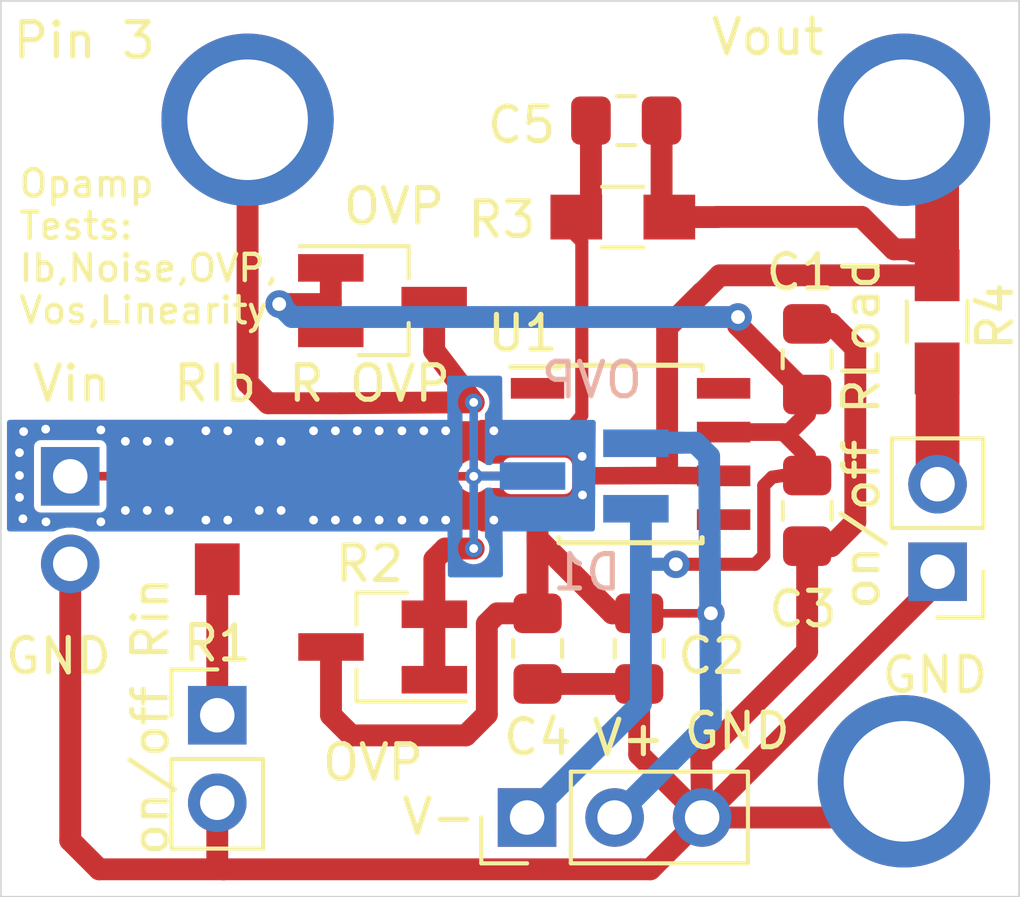
<source format=kicad_pcb>
(kicad_pcb (version 20171130) (host pcbnew 5.1.5-52549c5~86~ubuntu19.10.1)

  (general
    (thickness 1.6)
    (drawings 26)
    (tracks 168)
    (zones 0)
    (modules 20)
    (nets 12)
  )

  (page A4)
  (layers
    (0 F.Cu signal)
    (31 B.Cu signal)
    (34 B.Paste user)
    (35 F.Paste user)
    (36 B.SilkS user)
    (37 F.SilkS user)
    (38 B.Mask user hide)
    (39 F.Mask user hide)
    (44 Edge.Cuts user)
    (45 Margin user)
    (46 B.CrtYd user)
    (47 F.CrtYd user)
  )

  (setup
    (last_trace_width 0.25)
    (trace_clearance 0.2)
    (zone_clearance 0.3048)
    (zone_45_only no)
    (trace_min 0.1524)
    (via_size 0.8)
    (via_drill 0.4)
    (via_min_size 0.508)
    (via_min_drill 0.254)
    (uvia_size 0.3)
    (uvia_drill 0.1)
    (uvias_allowed no)
    (uvia_min_size 0.2)
    (uvia_min_drill 0.1)
    (edge_width 0.05)
    (segment_width 0.2)
    (pcb_text_width 0.3)
    (pcb_text_size 1.5 1.5)
    (mod_edge_width 0.12)
    (mod_text_size 1 1)
    (mod_text_width 0.15)
    (pad_size 1.524 1.524)
    (pad_drill 0.762)
    (pad_to_mask_clearance 0.051)
    (solder_mask_min_width 0.25)
    (aux_axis_origin 0 0)
    (visible_elements FFFFFF7F)
    (pcbplotparams
      (layerselection 0x010fc_ffffffff)
      (usegerberextensions false)
      (usegerberattributes false)
      (usegerberadvancedattributes false)
      (creategerberjobfile false)
      (excludeedgelayer true)
      (linewidth 0.100000)
      (plotframeref false)
      (viasonmask false)
      (mode 1)
      (useauxorigin false)
      (hpglpennumber 1)
      (hpglpenspeed 20)
      (hpglpendiameter 15.000000)
      (psnegative false)
      (psa4output false)
      (plotreference true)
      (plotvalue true)
      (plotinvisibletext false)
      (padsonsilk false)
      (subtractmaskfromsilk false)
      (outputformat 1)
      (mirror false)
      (drillshape 1)
      (scaleselection 1)
      (outputdirectory ""))
  )

  (net 0 "")
  (net 1 VDD)
  (net 2 GND)
  (net 3 "Net-(J1-Pad1)")
  (net 4 VSS)
  (net 5 "Net-(D1-Pad3)")
  (net 6 "Net-(C5-Pad2)")
  (net 7 "Net-(J4-Pad2)")
  (net 8 /Guard)
  (net 9 "Net-(U1-Pad1)")
  (net 10 "Net-(U1-Pad8)")
  (net 11 "Net-(J3-Pad1)")

  (net_class Default "This is the default net class."
    (clearance 0.2)
    (trace_width 0.25)
    (via_dia 0.8)
    (via_drill 0.4)
    (uvia_dia 0.3)
    (uvia_drill 0.1)
    (add_net /Guard)
    (add_net GND)
    (add_net "Net-(C5-Pad2)")
    (add_net "Net-(D1-Pad3)")
    (add_net "Net-(J1-Pad1)")
    (add_net "Net-(J3-Pad1)")
    (add_net "Net-(J4-Pad2)")
    (add_net "Net-(U1-Pad1)")
    (add_net "Net-(U1-Pad8)")
    (add_net VDD)
    (add_net VSS)
  )

  (module op-amp-test:SOT-23_Handsoldering (layer B.Cu) (tedit 5E889FCF) (tstamp 5E88FE47)
    (at 145.93 115.79 180)
    (descr "SOT-23, Handsoldering")
    (tags SOT-23)
    (path /5E6860CD)
    (attr smd)
    (fp_text reference D1 (at -0.0762 -2.794) (layer B.SilkS)
      (effects (font (size 1 1) (thickness 0.15)) (justify mirror))
    )
    (fp_text value D_Schottky (at 0 -2.5) (layer B.Fab)
      (effects (font (size 1 1) (thickness 0.15)) (justify mirror))
    )
    (fp_line (start -0.7 -1.52) (end 0.7 -1.52) (layer B.Fab) (width 0.1))
    (fp_line (start 0.7 1.52) (end 0.7 -1.52) (layer B.Fab) (width 0.1))
    (fp_line (start -0.7 0.95) (end -0.15 1.52) (layer B.Fab) (width 0.1))
    (fp_line (start -0.15 1.52) (end 0.7 1.52) (layer B.Fab) (width 0.1))
    (fp_line (start -0.7 0.95) (end -0.7 -1.5) (layer B.Fab) (width 0.1))
    (fp_line (start -2.7 -1.75) (end -2.7 1.75) (layer B.CrtYd) (width 0.05))
    (fp_line (start 2.7 -1.75) (end -2.7 -1.75) (layer B.CrtYd) (width 0.05))
    (fp_line (start 2.7 1.75) (end 2.7 -1.75) (layer B.CrtYd) (width 0.05))
    (fp_line (start -2.7 1.75) (end 2.7 1.75) (layer B.CrtYd) (width 0.05))
    (fp_text user %R (at 0 0 270) (layer B.Fab)
      (effects (font (size 0.5 0.5) (thickness 0.075)) (justify mirror))
    )
    (pad 3 smd rect (at 1.5 0 180) (size 1.9 0.8) (layers B.Cu B.Paste B.Mask)
      (net 5 "Net-(D1-Pad3)"))
    (pad 2 smd rect (at -1.5 -0.95 180) (size 1.9 0.8) (layers B.Cu B.Paste B.Mask)
      (net 1 VDD))
    (pad 1 smd rect (at -1.5 0.95 180) (size 1.9 0.8) (layers B.Cu B.Paste B.Mask)
      (net 4 VSS))
  )

  (module op-amp-test:PinHeader_1x02_P2.54mm_Vertical (layer F.Cu) (tedit 5E888671) (tstamp 5E890146)
    (at 131.0132 115.7986)
    (descr "Through hole straight pin header, 1x02, 2.54mm pitch, single row")
    (tags "Through hole pin header THT 1x02 2.54mm single row")
    (path /5E0ECB4E)
    (fp_text reference J1 (at 1.5 -2.5) (layer F.SilkS) hide
      (effects (font (size 1 1) (thickness 0.15)))
    )
    (fp_text value SHORT (at 0 4.87) (layer F.Fab)
      (effects (font (size 1 1) (thickness 0.15)))
    )
    (fp_line (start -0.635 -1.27) (end 1.27 -1.27) (layer F.Fab) (width 0.1))
    (fp_line (start 1.27 -1.27) (end 1.27 3.81) (layer F.Fab) (width 0.1))
    (fp_line (start 1.27 3.81) (end -1.27 3.81) (layer F.Fab) (width 0.1))
    (fp_line (start -1.27 3.81) (end -1.27 -0.635) (layer F.Fab) (width 0.1))
    (fp_line (start -1.27 -0.635) (end -0.635 -1.27) (layer F.Fab) (width 0.1))
    (fp_line (start -1.8 -1.8) (end -1.8 4.35) (layer F.CrtYd) (width 0.05))
    (fp_line (start -1.8 4.35) (end 1.8 4.35) (layer F.CrtYd) (width 0.05))
    (fp_line (start 1.8 4.35) (end 1.8 -1.8) (layer F.CrtYd) (width 0.05))
    (fp_line (start 1.8 -1.8) (end -1.8 -1.8) (layer F.CrtYd) (width 0.05))
    (fp_text user %R (at 0 1.27 90) (layer F.Fab)
      (effects (font (size 1 1) (thickness 0.15)))
    )
    (pad 1 thru_hole rect (at 0 0) (size 1.7 1.7) (drill 1) (layers *.Cu *.Mask)
      (net 3 "Net-(J1-Pad1)"))
    (pad 2 thru_hole oval (at 0 2.54) (size 1.7 1.7) (drill 1) (layers *.Cu *.Mask)
      (net 2 GND))
  )

  (module op-amp-test:R_0805_HandSoldering (layer F.Cu) (tedit 5E888653) (tstamp 5E88ADB9)
    (at 139.7 115.7986 180)
    (descr "Resistor SMD 0805, hand soldering")
    (tags "resistor 0805")
    (path /5E0CF4D4)
    (attr smd)
    (fp_text reference R2 (at 0 -2.54 180) (layer F.SilkS)
      (effects (font (size 1 1) (thickness 0.15)))
    )
    (fp_text value 1K (at 0 1.75 180) (layer F.Fab)
      (effects (font (size 1 1) (thickness 0.15)))
    )
    (fp_text user %R (at 0 0 270) (layer F.Fab)
      (effects (font (size 0.5 0.5) (thickness 0.075)))
    )
    (fp_line (start -1 0.62) (end -1 -0.62) (layer F.Fab) (width 0.1))
    (fp_line (start 1 0.62) (end -1 0.62) (layer F.Fab) (width 0.1))
    (fp_line (start 1 -0.62) (end 1 0.62) (layer F.Fab) (width 0.1))
    (fp_line (start -1 -0.62) (end 1 -0.62) (layer F.Fab) (width 0.1))
    (fp_line (start -2.35 -0.9) (end 2.35 -0.9) (layer F.CrtYd) (width 0.05))
    (fp_line (start -2.35 -0.9) (end -2.35 0.9) (layer F.CrtYd) (width 0.05))
    (fp_line (start 2.35 0.9) (end 2.35 -0.9) (layer F.CrtYd) (width 0.05))
    (fp_line (start 2.35 0.9) (end -2.35 0.9) (layer F.CrtYd) (width 0.05))
    (pad 1 smd rect (at -1.35 0 180) (size 1.5 1.3) (layers F.Cu F.Paste F.Mask)
      (net 5 "Net-(D1-Pad3)"))
    (pad 2 smd rect (at 1.35 0 180) (size 1.5 1.3) (layers F.Cu F.Paste F.Mask)
      (net 3 "Net-(J1-Pad1)"))
    (model ${KISYS3DMOD}/Resistor_SMD.3dshapes/R_0805_2012Metric.wrl
      (at (xyz 0 0 0))
      (scale (xyz 1 1 1))
      (rotate (xyz 0 0 0))
    )
  )

  (module op-amp-test:R_0805_HandSoldering (layer F.Cu) (tedit 5E88863B) (tstamp 5E67D9A2)
    (at 135.2804 117.1448 90)
    (descr "Resistor SMD 0805, hand soldering")
    (tags "resistor 0805")
    (path /5E0CFF5E)
    (attr smd)
    (fp_text reference R1 (at -3.5 0) (layer F.SilkS)
      (effects (font (size 1 1) (thickness 0.15)))
    )
    (fp_text value 10M (at 0 1.75 90) (layer F.Fab)
      (effects (font (size 1 1) (thickness 0.15)))
    )
    (fp_text user %R (at 0 0 90) (layer F.Fab)
      (effects (font (size 0.5 0.5) (thickness 0.075)))
    )
    (fp_line (start -1 0.62) (end -1 -0.62) (layer F.Fab) (width 0.1))
    (fp_line (start 1 0.62) (end -1 0.62) (layer F.Fab) (width 0.1))
    (fp_line (start 1 -0.62) (end 1 0.62) (layer F.Fab) (width 0.1))
    (fp_line (start -1 -0.62) (end 1 -0.62) (layer F.Fab) (width 0.1))
    (fp_line (start -2.35 -0.9) (end 2.35 -0.9) (layer F.CrtYd) (width 0.05))
    (fp_line (start -2.35 -0.9) (end -2.35 0.9) (layer F.CrtYd) (width 0.05))
    (fp_line (start 2.35 0.9) (end 2.35 -0.9) (layer F.CrtYd) (width 0.05))
    (fp_line (start 2.35 0.9) (end -2.35 0.9) (layer F.CrtYd) (width 0.05))
    (pad 1 smd rect (at -1.35 0 90) (size 1.5 1.3) (layers F.Cu F.Paste F.Mask)
      (net 11 "Net-(J3-Pad1)"))
    (pad 2 smd rect (at 1.35 0 90) (size 1.5 1.3) (layers F.Cu F.Paste F.Mask)
      (net 3 "Net-(J1-Pad1)"))
    (model ${KISYS3DMOD}/Resistor_SMD.3dshapes/R_0805_2012Metric.wrl
      (at (xyz 0 0 0))
      (scale (xyz 1 1 1))
      (rotate (xyz 0 0 0))
    )
  )

  (module op-amp-test:R_0805_HandSoldering (layer F.Cu) (tedit 58E0A804) (tstamp 5E88B86D)
    (at 156.1719 111.3155 90)
    (descr "Resistor SMD 0805, hand soldering")
    (tags "resistor 0805")
    (path /5E8446DC)
    (attr smd)
    (fp_text reference R4 (at 0.1651 1.6891 90) (layer F.SilkS)
      (effects (font (size 1 1) (thickness 0.15)))
    )
    (fp_text value 10M (at 0 1.75 90) (layer F.Fab)
      (effects (font (size 1 1) (thickness 0.15)))
    )
    (fp_line (start 2.35 0.9) (end -2.35 0.9) (layer F.CrtYd) (width 0.05))
    (fp_line (start 2.35 0.9) (end 2.35 -0.9) (layer F.CrtYd) (width 0.05))
    (fp_line (start -2.35 -0.9) (end -2.35 0.9) (layer F.CrtYd) (width 0.05))
    (fp_line (start -2.35 -0.9) (end 2.35 -0.9) (layer F.CrtYd) (width 0.05))
    (fp_line (start -0.6 -0.88) (end 0.6 -0.88) (layer F.SilkS) (width 0.12))
    (fp_line (start 0.6 0.88) (end -0.6 0.88) (layer F.SilkS) (width 0.12))
    (fp_line (start -1 -0.62) (end 1 -0.62) (layer F.Fab) (width 0.1))
    (fp_line (start 1 -0.62) (end 1 0.62) (layer F.Fab) (width 0.1))
    (fp_line (start 1 0.62) (end -1 0.62) (layer F.Fab) (width 0.1))
    (fp_line (start -1 0.62) (end -1 -0.62) (layer F.Fab) (width 0.1))
    (fp_text user %R (at 0 0 90) (layer F.Fab)
      (effects (font (size 0.5 0.5) (thickness 0.075)))
    )
    (pad 2 smd rect (at 1.35 0 90) (size 1.5 1.3) (layers F.Cu F.Paste F.Mask)
      (net 8 /Guard))
    (pad 1 smd rect (at -1.35 0 90) (size 1.5 1.3) (layers F.Cu F.Paste F.Mask)
      (net 7 "Net-(J4-Pad2)"))
    (model ${KISYS3DMOD}/Resistor_SMD.3dshapes/R_0805_2012Metric.wrl
      (at (xyz 0 0 0))
      (scale (xyz 1 1 1))
      (rotate (xyz 0 0 0))
    )
  )

  (module op-amp-test:PinHeader_1x02_P2.54mm_Vertical (layer F.Cu) (tedit 59FED5CC) (tstamp 5E88B249)
    (at 156.1846 118.5672 180)
    (descr "Through hole straight pin header, 1x02, 2.54mm pitch, single row")
    (tags "Through hole pin header THT 1x02 2.54mm single row")
    (path /5E846BFF)
    (fp_text reference J4 (at 0 -2.33) (layer F.SilkS) hide
      (effects (font (size 1 1) (thickness 0.15)))
    )
    (fp_text value OPEN (at 0 4.87) (layer F.Fab)
      (effects (font (size 1 1) (thickness 0.15)))
    )
    (fp_line (start -0.635 -1.27) (end 1.27 -1.27) (layer F.Fab) (width 0.1))
    (fp_line (start 1.27 -1.27) (end 1.27 3.81) (layer F.Fab) (width 0.1))
    (fp_line (start 1.27 3.81) (end -1.27 3.81) (layer F.Fab) (width 0.1))
    (fp_line (start -1.27 3.81) (end -1.27 -0.635) (layer F.Fab) (width 0.1))
    (fp_line (start -1.27 -0.635) (end -0.635 -1.27) (layer F.Fab) (width 0.1))
    (fp_line (start -1.33 3.87) (end 1.33 3.87) (layer F.SilkS) (width 0.12))
    (fp_line (start -1.33 1.27) (end -1.33 3.87) (layer F.SilkS) (width 0.12))
    (fp_line (start 1.33 1.27) (end 1.33 3.87) (layer F.SilkS) (width 0.12))
    (fp_line (start -1.33 1.27) (end 1.33 1.27) (layer F.SilkS) (width 0.12))
    (fp_line (start -1.33 0) (end -1.33 -1.33) (layer F.SilkS) (width 0.12))
    (fp_line (start -1.33 -1.33) (end 0 -1.33) (layer F.SilkS) (width 0.12))
    (fp_line (start -1.8 -1.8) (end -1.8 4.35) (layer F.CrtYd) (width 0.05))
    (fp_line (start -1.8 4.35) (end 1.8 4.35) (layer F.CrtYd) (width 0.05))
    (fp_line (start 1.8 4.35) (end 1.8 -1.8) (layer F.CrtYd) (width 0.05))
    (fp_line (start 1.8 -1.8) (end -1.8 -1.8) (layer F.CrtYd) (width 0.05))
    (fp_text user %R (at 0 1.27 90) (layer F.Fab)
      (effects (font (size 1 1) (thickness 0.15)))
    )
    (pad 1 thru_hole rect (at 0 0 180) (size 1.7 1.7) (drill 1) (layers *.Cu *.Mask)
      (net 2 GND))
    (pad 2 thru_hole oval (at 0 2.54 180) (size 1.7 1.7) (drill 1) (layers *.Cu *.Mask)
      (net 7 "Net-(J4-Pad2)"))
  )

  (module op-amp-test:SA404_plug (layer F.Cu) (tedit 5E0CBC0B) (tstamp 5E7CE7B0)
    (at 136.16 105.45)
    (path /5E7E9B60)
    (fp_text reference U2 (at 0 0.5) (layer F.SilkS) hide
      (effects (font (size 1 1) (thickness 0.15)))
    )
    (fp_text value VIA_Binding_Posts (at 0 -3.81) (layer F.Fab) hide
      (effects (font (size 1 1) (thickness 0.15)))
    )
    (pad 1 thru_hole circle (at 0 0) (size 5 5) (drill 3.5) (layers *.Cu *.Mask)
      (net 5 "Net-(D1-Pad3)"))
  )

  (module op-amp-test:PinHeader_1x02_P2.54mm_Vertical (layer F.Cu) (tedit 59FED5CC) (tstamp 5E7CE23F)
    (at 135.2804 122.7328)
    (descr "Through hole straight pin header, 1x02, 2.54mm pitch, single row")
    (tags "Through hole pin header THT 1x02 2.54mm single row")
    (path /5E7D63DB)
    (fp_text reference J3 (at 1.25 -4) (layer F.SilkS) hide
      (effects (font (size 1 1) (thickness 0.15)))
    )
    (fp_text value OPEN (at 0 4.87) (layer F.Fab)
      (effects (font (size 1 1) (thickness 0.15)))
    )
    (fp_line (start -0.635 -1.27) (end 1.27 -1.27) (layer F.Fab) (width 0.1))
    (fp_line (start 1.27 -1.27) (end 1.27 3.81) (layer F.Fab) (width 0.1))
    (fp_line (start 1.27 3.81) (end -1.27 3.81) (layer F.Fab) (width 0.1))
    (fp_line (start -1.27 3.81) (end -1.27 -0.635) (layer F.Fab) (width 0.1))
    (fp_line (start -1.27 -0.635) (end -0.635 -1.27) (layer F.Fab) (width 0.1))
    (fp_line (start -1.33 3.87) (end 1.33 3.87) (layer F.SilkS) (width 0.12))
    (fp_line (start -1.33 1.27) (end -1.33 3.87) (layer F.SilkS) (width 0.12))
    (fp_line (start 1.33 1.27) (end 1.33 3.87) (layer F.SilkS) (width 0.12))
    (fp_line (start -1.33 1.27) (end 1.33 1.27) (layer F.SilkS) (width 0.12))
    (fp_line (start -1.33 0) (end -1.33 -1.33) (layer F.SilkS) (width 0.12))
    (fp_line (start -1.33 -1.33) (end 0 -1.33) (layer F.SilkS) (width 0.12))
    (fp_line (start -1.8 -1.8) (end -1.8 4.35) (layer F.CrtYd) (width 0.05))
    (fp_line (start -1.8 4.35) (end 1.8 4.35) (layer F.CrtYd) (width 0.05))
    (fp_line (start 1.8 4.35) (end 1.8 -1.8) (layer F.CrtYd) (width 0.05))
    (fp_line (start 1.8 -1.8) (end -1.8 -1.8) (layer F.CrtYd) (width 0.05))
    (fp_text user %R (at 0 1.27 90) (layer F.Fab)
      (effects (font (size 1 1) (thickness 0.15)))
    )
    (pad 1 thru_hole rect (at 0 0) (size 1.7 1.7) (drill 1) (layers *.Cu *.Mask)
      (net 11 "Net-(J3-Pad1)"))
    (pad 2 thru_hole oval (at 0 2.54) (size 1.7 1.7) (drill 1) (layers *.Cu *.Mask)
      (net 2 GND))
  )

  (module op-amp-test:R_0805_HandSoldering (layer F.Cu) (tedit 58E0A804) (tstamp 5E67FC8E)
    (at 147.05 108.275 180)
    (descr "Resistor SMD 0805, hand soldering")
    (tags "resistor 0805")
    (path /5E6A5B5D)
    (attr smd)
    (fp_text reference R3 (at 3.51 -0.075) (layer F.SilkS)
      (effects (font (size 1 1) (thickness 0.15)))
    )
    (fp_text value 1K (at 0 1.75) (layer F.Fab)
      (effects (font (size 1 1) (thickness 0.15)))
    )
    (fp_text user %R (at 0 0) (layer F.Fab)
      (effects (font (size 0.5 0.5) (thickness 0.075)))
    )
    (fp_line (start -1 0.62) (end -1 -0.62) (layer F.Fab) (width 0.1))
    (fp_line (start 1 0.62) (end -1 0.62) (layer F.Fab) (width 0.1))
    (fp_line (start 1 -0.62) (end 1 0.62) (layer F.Fab) (width 0.1))
    (fp_line (start -1 -0.62) (end 1 -0.62) (layer F.Fab) (width 0.1))
    (fp_line (start 0.6 0.88) (end -0.6 0.88) (layer F.SilkS) (width 0.12))
    (fp_line (start -0.6 -0.88) (end 0.6 -0.88) (layer F.SilkS) (width 0.12))
    (fp_line (start -2.35 -0.9) (end 2.35 -0.9) (layer F.CrtYd) (width 0.05))
    (fp_line (start -2.35 -0.9) (end -2.35 0.9) (layer F.CrtYd) (width 0.05))
    (fp_line (start 2.35 0.9) (end 2.35 -0.9) (layer F.CrtYd) (width 0.05))
    (fp_line (start 2.35 0.9) (end -2.35 0.9) (layer F.CrtYd) (width 0.05))
    (pad 1 smd rect (at -1.35 0 180) (size 1.5 1.3) (layers F.Cu F.Paste F.Mask)
      (net 8 /Guard))
    (pad 2 smd rect (at 1.35 0 180) (size 1.5 1.3) (layers F.Cu F.Paste F.Mask)
      (net 6 "Net-(C5-Pad2)"))
    (model ${KISYS3DMOD}/Resistor_SMD.3dshapes/R_0805_2012Metric.wrl
      (at (xyz 0 0 0))
      (scale (xyz 1 1 1))
      (rotate (xyz 0 0 0))
    )
  )

  (module Resistor_SMD:R_0805_2012Metric_Pad1.15x1.40mm_HandSolder (layer F.Cu) (tedit 5B36C52B) (tstamp 5E67FB6F)
    (at 147.15 105.475 180)
    (descr "Resistor SMD 0805 (2012 Metric), square (rectangular) end terminal, IPC_7351 nominal with elongated pad for handsoldering. (Body size source: https://docs.google.com/spreadsheets/d/1BsfQQcO9C6DZCsRaXUlFlo91Tg2WpOkGARC1WS5S8t0/edit?usp=sharing), generated with kicad-footprint-generator")
    (tags "resistor handsolder")
    (path /5E6A654D)
    (attr smd)
    (fp_text reference C5 (at 3.04 -0.125) (layer F.SilkS)
      (effects (font (size 1 1) (thickness 0.15)))
    )
    (fp_text value 1u (at 0 1.65) (layer F.Fab)
      (effects (font (size 1 1) (thickness 0.15)))
    )
    (fp_text user %R (at 0 0) (layer F.Fab)
      (effects (font (size 0.5 0.5) (thickness 0.08)))
    )
    (fp_line (start 1.85 0.95) (end -1.85 0.95) (layer F.CrtYd) (width 0.05))
    (fp_line (start 1.85 -0.95) (end 1.85 0.95) (layer F.CrtYd) (width 0.05))
    (fp_line (start -1.85 -0.95) (end 1.85 -0.95) (layer F.CrtYd) (width 0.05))
    (fp_line (start -1.85 0.95) (end -1.85 -0.95) (layer F.CrtYd) (width 0.05))
    (fp_line (start -0.261252 0.71) (end 0.261252 0.71) (layer F.SilkS) (width 0.12))
    (fp_line (start -0.261252 -0.71) (end 0.261252 -0.71) (layer F.SilkS) (width 0.12))
    (fp_line (start 1 0.6) (end -1 0.6) (layer F.Fab) (width 0.1))
    (fp_line (start 1 -0.6) (end 1 0.6) (layer F.Fab) (width 0.1))
    (fp_line (start -1 -0.6) (end 1 -0.6) (layer F.Fab) (width 0.1))
    (fp_line (start -1 0.6) (end -1 -0.6) (layer F.Fab) (width 0.1))
    (pad 2 smd roundrect (at 1.025 0 180) (size 1.15 1.4) (layers F.Cu F.Paste F.Mask) (roundrect_rratio 0.217391)
      (net 6 "Net-(C5-Pad2)"))
    (pad 1 smd roundrect (at -1.025 0 180) (size 1.15 1.4) (layers F.Cu F.Paste F.Mask) (roundrect_rratio 0.217391)
      (net 8 /Guard))
    (model ${KISYS3DMOD}/Resistor_SMD.3dshapes/R_0805_2012Metric.wrl
      (at (xyz 0 0 0))
      (scale (xyz 1 1 1))
      (rotate (xyz 0 0 0))
    )
  )

  (module Resistor_SMD:R_0805_2012Metric_Pad1.15x1.40mm_HandSolder (layer F.Cu) (tedit 5B36C52B) (tstamp 5E88B431)
    (at 144.5768 120.8 90)
    (descr "Resistor SMD 0805 (2012 Metric), square (rectangular) end terminal, IPC_7351 nominal with elongated pad for handsoldering. (Body size source: https://docs.google.com/spreadsheets/d/1BsfQQcO9C6DZCsRaXUlFlo91Tg2WpOkGARC1WS5S8t0/edit?usp=sharing), generated with kicad-footprint-generator")
    (tags "resistor handsolder")
    (path /5E66E2A1)
    (attr smd)
    (fp_text reference C4 (at -2.5678 0 180) (layer F.SilkS)
      (effects (font (size 1 1) (thickness 0.15)))
    )
    (fp_text value 100n (at 0 1.65 90) (layer F.Fab)
      (effects (font (size 1 1) (thickness 0.15)))
    )
    (fp_line (start -1 0.6) (end -1 -0.6) (layer F.Fab) (width 0.1))
    (fp_line (start -1 -0.6) (end 1 -0.6) (layer F.Fab) (width 0.1))
    (fp_line (start 1 -0.6) (end 1 0.6) (layer F.Fab) (width 0.1))
    (fp_line (start 1 0.6) (end -1 0.6) (layer F.Fab) (width 0.1))
    (fp_line (start -0.261252 -0.71) (end 0.261252 -0.71) (layer F.SilkS) (width 0.12))
    (fp_line (start -0.261252 0.71) (end 0.261252 0.71) (layer F.SilkS) (width 0.12))
    (fp_line (start -1.85 0.95) (end -1.85 -0.95) (layer F.CrtYd) (width 0.05))
    (fp_line (start -1.85 -0.95) (end 1.85 -0.95) (layer F.CrtYd) (width 0.05))
    (fp_line (start 1.85 -0.95) (end 1.85 0.95) (layer F.CrtYd) (width 0.05))
    (fp_line (start 1.85 0.95) (end -1.85 0.95) (layer F.CrtYd) (width 0.05))
    (fp_text user %R (at 0 0 90) (layer F.Fab)
      (effects (font (size 0.5 0.5) (thickness 0.08)))
    )
    (pad 1 smd roundrect (at -1.025 0 90) (size 1.15 1.4) (layers F.Cu F.Paste F.Mask) (roundrect_rratio 0.217391)
      (net 2 GND))
    (pad 2 smd roundrect (at 1.025 0 90) (size 1.15 1.4) (layers F.Cu F.Paste F.Mask) (roundrect_rratio 0.217391)
      (net 4 VSS))
    (model ${KISYS3DMOD}/Resistor_SMD.3dshapes/R_0805_2012Metric.wrl
      (at (xyz 0 0 0))
      (scale (xyz 1 1 1))
      (rotate (xyz 0 0 0))
    )
  )

  (module Resistor_SMD:R_0805_2012Metric_Pad1.15x1.40mm_HandSolder (layer F.Cu) (tedit 5B36C52B) (tstamp 5E67D771)
    (at 152.4 116.8 90)
    (descr "Resistor SMD 0805 (2012 Metric), square (rectangular) end terminal, IPC_7351 nominal with elongated pad for handsoldering. (Body size source: https://docs.google.com/spreadsheets/d/1BsfQQcO9C6DZCsRaXUlFlo91Tg2WpOkGARC1WS5S8t0/edit?usp=sharing), generated with kicad-footprint-generator")
    (tags "resistor handsolder")
    (path /5E669619)
    (attr smd)
    (fp_text reference C3 (at -2.85 -0.125 180) (layer F.SilkS)
      (effects (font (size 1 1) (thickness 0.15)))
    )
    (fp_text value 100n (at 0 1.65 90) (layer F.Fab)
      (effects (font (size 1 1) (thickness 0.15)))
    )
    (fp_text user %R (at 0 0 90) (layer F.Fab)
      (effects (font (size 0.5 0.5) (thickness 0.08)))
    )
    (fp_line (start 1.85 0.95) (end -1.85 0.95) (layer F.CrtYd) (width 0.05))
    (fp_line (start 1.85 -0.95) (end 1.85 0.95) (layer F.CrtYd) (width 0.05))
    (fp_line (start -1.85 -0.95) (end 1.85 -0.95) (layer F.CrtYd) (width 0.05))
    (fp_line (start -1.85 0.95) (end -1.85 -0.95) (layer F.CrtYd) (width 0.05))
    (fp_line (start -0.261252 0.71) (end 0.261252 0.71) (layer F.SilkS) (width 0.12))
    (fp_line (start -0.261252 -0.71) (end 0.261252 -0.71) (layer F.SilkS) (width 0.12))
    (fp_line (start 1 0.6) (end -1 0.6) (layer F.Fab) (width 0.1))
    (fp_line (start 1 -0.6) (end 1 0.6) (layer F.Fab) (width 0.1))
    (fp_line (start -1 -0.6) (end 1 -0.6) (layer F.Fab) (width 0.1))
    (fp_line (start -1 0.6) (end -1 -0.6) (layer F.Fab) (width 0.1))
    (pad 2 smd roundrect (at 1.025 0 90) (size 1.15 1.4) (layers F.Cu F.Paste F.Mask) (roundrect_rratio 0.217391)
      (net 1 VDD))
    (pad 1 smd roundrect (at -1.025 0 90) (size 1.15 1.4) (layers F.Cu F.Paste F.Mask) (roundrect_rratio 0.217391)
      (net 2 GND))
    (model ${KISYS3DMOD}/Resistor_SMD.3dshapes/R_0805_2012Metric.wrl
      (at (xyz 0 0 0))
      (scale (xyz 1 1 1))
      (rotate (xyz 0 0 0))
    )
  )

  (module Resistor_SMD:R_0805_2012Metric_Pad1.15x1.40mm_HandSolder (layer F.Cu) (tedit 5B36C52B) (tstamp 5E668279)
    (at 147.525 120.8 270)
    (descr "Resistor SMD 0805 (2012 Metric), square (rectangular) end terminal, IPC_7351 nominal with elongated pad for handsoldering. (Body size source: https://docs.google.com/spreadsheets/d/1BsfQQcO9C6DZCsRaXUlFlo91Tg2WpOkGARC1WS5S8t0/edit?usp=sharing), generated with kicad-footprint-generator")
    (tags "resistor handsolder")
    (path /5E66FB1E)
    (attr smd)
    (fp_text reference C2 (at 0.2056 -2.1064 180) (layer F.SilkS)
      (effects (font (size 1 1) (thickness 0.15)))
    )
    (fp_text value 1u (at 0 1.65 90) (layer F.Fab)
      (effects (font (size 1 1) (thickness 0.15)))
    )
    (fp_text user %R (at 0 0 90) (layer F.Fab)
      (effects (font (size 0.5 0.5) (thickness 0.08)))
    )
    (fp_line (start 1.85 0.95) (end -1.85 0.95) (layer F.CrtYd) (width 0.05))
    (fp_line (start 1.85 -0.95) (end 1.85 0.95) (layer F.CrtYd) (width 0.05))
    (fp_line (start -1.85 -0.95) (end 1.85 -0.95) (layer F.CrtYd) (width 0.05))
    (fp_line (start -1.85 0.95) (end -1.85 -0.95) (layer F.CrtYd) (width 0.05))
    (fp_line (start -0.261252 0.71) (end 0.261252 0.71) (layer F.SilkS) (width 0.12))
    (fp_line (start -0.261252 -0.71) (end 0.261252 -0.71) (layer F.SilkS) (width 0.12))
    (fp_line (start 1 0.6) (end -1 0.6) (layer F.Fab) (width 0.1))
    (fp_line (start 1 -0.6) (end 1 0.6) (layer F.Fab) (width 0.1))
    (fp_line (start -1 -0.6) (end 1 -0.6) (layer F.Fab) (width 0.1))
    (fp_line (start -1 0.6) (end -1 -0.6) (layer F.Fab) (width 0.1))
    (pad 2 smd roundrect (at 1.025 0 270) (size 1.15 1.4) (layers F.Cu F.Paste F.Mask) (roundrect_rratio 0.217391)
      (net 2 GND))
    (pad 1 smd roundrect (at -1.025 0 270) (size 1.15 1.4) (layers F.Cu F.Paste F.Mask) (roundrect_rratio 0.217391)
      (net 4 VSS))
    (model ${KISYS3DMOD}/Resistor_SMD.3dshapes/R_0805_2012Metric.wrl
      (at (xyz 0 0 0))
      (scale (xyz 1 1 1))
      (rotate (xyz 0 0 0))
    )
  )

  (module Resistor_SMD:R_0805_2012Metric_Pad1.15x1.40mm_HandSolder (layer F.Cu) (tedit 5B36C52B) (tstamp 5E67D7A1)
    (at 152.4 112.4 90)
    (descr "Resistor SMD 0805 (2012 Metric), square (rectangular) end terminal, IPC_7351 nominal with elongated pad for handsoldering. (Body size source: https://docs.google.com/spreadsheets/d/1BsfQQcO9C6DZCsRaXUlFlo91Tg2WpOkGARC1WS5S8t0/edit?usp=sharing), generated with kicad-footprint-generator")
    (tags "resistor handsolder")
    (path /5E66A0BD)
    (attr smd)
    (fp_text reference C1 (at 2.525 -0.2 180) (layer F.SilkS)
      (effects (font (size 1 1) (thickness 0.15)))
    )
    (fp_text value 1u (at 0 1.65 90) (layer F.Fab)
      (effects (font (size 1 1) (thickness 0.15)))
    )
    (fp_text user %R (at 0 0 90) (layer F.Fab)
      (effects (font (size 0.5 0.5) (thickness 0.08)))
    )
    (fp_line (start 1.85 0.95) (end -1.85 0.95) (layer F.CrtYd) (width 0.05))
    (fp_line (start 1.85 -0.95) (end 1.85 0.95) (layer F.CrtYd) (width 0.05))
    (fp_line (start -1.85 -0.95) (end 1.85 -0.95) (layer F.CrtYd) (width 0.05))
    (fp_line (start -1.85 0.95) (end -1.85 -0.95) (layer F.CrtYd) (width 0.05))
    (fp_line (start -0.261252 0.71) (end 0.261252 0.71) (layer F.SilkS) (width 0.12))
    (fp_line (start -0.261252 -0.71) (end 0.261252 -0.71) (layer F.SilkS) (width 0.12))
    (fp_line (start 1 0.6) (end -1 0.6) (layer F.Fab) (width 0.1))
    (fp_line (start 1 -0.6) (end 1 0.6) (layer F.Fab) (width 0.1))
    (fp_line (start -1 -0.6) (end 1 -0.6) (layer F.Fab) (width 0.1))
    (fp_line (start -1 0.6) (end -1 -0.6) (layer F.Fab) (width 0.1))
    (pad 2 smd roundrect (at 1.025 0 90) (size 1.15 1.4) (layers F.Cu F.Paste F.Mask) (roundrect_rratio 0.217391)
      (net 2 GND))
    (pad 1 smd roundrect (at -1.025 0 90) (size 1.15 1.4) (layers F.Cu F.Paste F.Mask) (roundrect_rratio 0.217391)
      (net 1 VDD))
    (model ${KISYS3DMOD}/Resistor_SMD.3dshapes/R_0805_2012Metric.wrl
      (at (xyz 0 0 0))
      (scale (xyz 1 1 1))
      (rotate (xyz 0 0 0))
    )
  )

  (module op-amp-test:PinHeader_1x03_P2.54mm_Vertical (layer F.Cu) (tedit 59FED5CC) (tstamp 5E67D7D7)
    (at 144.272 125.7 90)
    (descr "Through hole straight pin header, 1x03, 2.54mm pitch, single row")
    (tags "Through hole pin header THT 1x03 2.54mm single row")
    (path /5E10691F)
    (fp_text reference J2 (at -2.25 -2.725 90) (layer F.SilkS) hide
      (effects (font (size 1 1) (thickness 0.15)))
    )
    (fp_text value Conn_01x03_Male (at 0 7.41 90) (layer F.Fab) hide
      (effects (font (size 1 1) (thickness 0.15)))
    )
    (fp_line (start -0.635 -1.27) (end 1.27 -1.27) (layer F.Fab) (width 0.1))
    (fp_line (start 1.27 -1.27) (end 1.27 6.35) (layer F.Fab) (width 0.1))
    (fp_line (start 1.27 6.35) (end -1.27 6.35) (layer F.Fab) (width 0.1))
    (fp_line (start -1.27 6.35) (end -1.27 -0.635) (layer F.Fab) (width 0.1))
    (fp_line (start -1.27 -0.635) (end -0.635 -1.27) (layer F.Fab) (width 0.1))
    (fp_line (start -1.33 6.41) (end 1.33 6.41) (layer F.SilkS) (width 0.12))
    (fp_line (start -1.33 1.27) (end -1.33 6.41) (layer F.SilkS) (width 0.12))
    (fp_line (start 1.33 1.27) (end 1.33 6.41) (layer F.SilkS) (width 0.12))
    (fp_line (start -1.33 1.27) (end 1.33 1.27) (layer F.SilkS) (width 0.12))
    (fp_line (start -1.33 0) (end -1.33 -1.33) (layer F.SilkS) (width 0.12))
    (fp_line (start -1.33 -1.33) (end 0 -1.33) (layer F.SilkS) (width 0.12))
    (fp_line (start -1.8 -1.8) (end -1.8 6.85) (layer F.CrtYd) (width 0.05))
    (fp_line (start -1.8 6.85) (end 1.8 6.85) (layer F.CrtYd) (width 0.05))
    (fp_line (start 1.8 6.85) (end 1.8 -1.8) (layer F.CrtYd) (width 0.05))
    (fp_line (start 1.8 -1.8) (end -1.8 -1.8) (layer F.CrtYd) (width 0.05))
    (fp_text user %R (at 0 2.54) (layer F.Fab)
      (effects (font (size 1 1) (thickness 0.15)))
    )
    (pad 1 thru_hole rect (at 0 0 90) (size 1.7 1.7) (drill 1) (layers *.Cu *.Mask)
      (net 1 VDD))
    (pad 2 thru_hole oval (at 0 2.54 90) (size 1.7 1.7) (drill 1) (layers *.Cu *.Mask)
      (net 4 VSS))
    (pad 3 thru_hole oval (at 0 5.08 90) (size 1.7 1.7) (drill 1) (layers *.Cu *.Mask)
      (net 2 GND))
  )

  (module op-amp-test:SA404_plug (layer F.Cu) (tedit 5E0CBC0B) (tstamp 5E0D0B03)
    (at 155.21 124.65 270)
    (path /5E0DED80)
    (fp_text reference U5 (at 0 0.5 90) (layer F.SilkS) hide
      (effects (font (size 1 1) (thickness 0.15)))
    )
    (fp_text value VIA_Binding_Posts (at 0 -3.81 90) (layer F.Fab) hide
      (effects (font (size 1 1) (thickness 0.15)))
    )
    (pad 1 thru_hole circle (at 0 0 270) (size 5 5) (drill 3.5) (layers *.Cu *.Mask)
      (net 2 GND))
  )

  (module op-amp-test:SA404_plug (layer F.Cu) (tedit 5E0CBC0B) (tstamp 5E0D0AA4)
    (at 155.21 105.45 270)
    (path /5E0DE52A)
    (fp_text reference U4 (at 0 0.5 90) (layer F.SilkS) hide
      (effects (font (size 1 1) (thickness 0.15)))
    )
    (fp_text value VIA_Binding_Posts (at 0 -3.81 90) (layer F.Fab) hide
      (effects (font (size 1 1) (thickness 0.15)))
    )
    (pad 1 thru_hole circle (at 0 0 270) (size 5 5) (drill 3.5) (layers *.Cu *.Mask)
      (net 8 /Guard))
  )

  (module op-amp-test:SOIC-8_3.9x4.9mm_Pitch1.27mm (layer F.Cu) (tedit 58CD0CDA) (tstamp 5E67D90F)
    (at 147.275 115.15)
    (descr "8-Lead Plastic Small Outline (SN) - Narrow, 3.90 mm Body [SOIC] (see Microchip Packaging Specification 00000049BS.pdf)")
    (tags "SOIC 1.27")
    (path /5E0CF985)
    (attr smd)
    (fp_text reference U1 (at -3.13 -3.505) (layer F.SilkS)
      (effects (font (size 1 1) (thickness 0.15)))
    )
    (fp_text value op-amp (at 0 3.5) (layer F.Fab)
      (effects (font (size 1 1) (thickness 0.15)))
    )
    (fp_text user %R (at 0 0) (layer F.Fab)
      (effects (font (size 1 1) (thickness 0.15)))
    )
    (fp_line (start -0.95 -2.45) (end 1.95 -2.45) (layer F.Fab) (width 0.1))
    (fp_line (start 1.95 -2.45) (end 1.95 2.45) (layer F.Fab) (width 0.1))
    (fp_line (start 1.95 2.45) (end -1.95 2.45) (layer F.Fab) (width 0.1))
    (fp_line (start -1.95 2.45) (end -1.95 -1.45) (layer F.Fab) (width 0.1))
    (fp_line (start -1.95 -1.45) (end -0.95 -2.45) (layer F.Fab) (width 0.1))
    (fp_line (start -3.73 -2.7) (end -3.73 2.7) (layer F.CrtYd) (width 0.05))
    (fp_line (start 3.73 -2.7) (end 3.73 2.7) (layer F.CrtYd) (width 0.05))
    (fp_line (start -3.73 -2.7) (end 3.73 -2.7) (layer F.CrtYd) (width 0.05))
    (fp_line (start -3.73 2.7) (end 3.73 2.7) (layer F.CrtYd) (width 0.05))
    (fp_line (start -2.075 -2.575) (end -2.075 -2.525) (layer F.SilkS) (width 0.15))
    (fp_line (start 2.075 -2.575) (end 2.075 -2.43) (layer F.SilkS) (width 0.15))
    (fp_line (start 2.075 2.575) (end 2.075 2.43) (layer F.SilkS) (width 0.15))
    (fp_line (start -2.075 2.575) (end -2.075 2.43) (layer F.SilkS) (width 0.15))
    (fp_line (start -2.075 -2.575) (end 2.075 -2.575) (layer F.SilkS) (width 0.15))
    (fp_line (start -2.075 2.575) (end 2.075 2.575) (layer F.SilkS) (width 0.15))
    (fp_line (start -2.075 -2.525) (end -3.475 -2.525) (layer F.SilkS) (width 0.15))
    (pad 1 smd rect (at -2.7 -1.905) (size 1.55 0.6) (layers F.Cu F.Paste F.Mask)
      (net 9 "Net-(U1-Pad1)"))
    (pad 2 smd rect (at -2.7 -0.635) (size 1.55 0.6) (layers F.Cu F.Paste F.Mask)
      (net 6 "Net-(C5-Pad2)"))
    (pad 3 smd rect (at -2.7 0.635) (size 1.55 0.6) (layers F.Cu F.Paste F.Mask)
      (net 5 "Net-(D1-Pad3)"))
    (pad 4 smd rect (at -2.7 1.905) (size 1.55 0.6) (layers F.Cu F.Paste F.Mask)
      (net 4 VSS))
    (pad 5 smd rect (at 2.7 1.905) (size 1.55 0.6) (layers F.Cu F.Paste F.Mask))
    (pad 6 smd rect (at 2.7 0.635) (size 1.55 0.6) (layers F.Cu F.Paste F.Mask)
      (net 8 /Guard))
    (pad 7 smd rect (at 2.7 -0.635) (size 1.55 0.6) (layers F.Cu F.Paste F.Mask)
      (net 1 VDD))
    (pad 8 smd rect (at 2.7 -1.905) (size 1.55 0.6) (layers F.Cu F.Paste F.Mask)
      (net 10 "Net-(U1-Pad8)"))
  )

  (module op-amp-test:SOT-23_Handsoldering (layer F.Cu) (tedit 5A0AB76C) (tstamp 5E0D0695)
    (at 140.081 120.7516 180)
    (descr "SOT-23, Handsoldering")
    (tags SOT-23)
    (path /5E0CEF30)
    (attr smd)
    (fp_text reference Q2 (at 1.9812 -3.048) (layer F.SilkS) hide
      (effects (font (size 1 1) (thickness 0.15)))
    )
    (fp_text value 2N4117A (at 0 2.5) (layer F.Fab)
      (effects (font (size 1 1) (thickness 0.15)))
    )
    (fp_text user %R (at 0 0 90) (layer F.Fab)
      (effects (font (size 0.5 0.5) (thickness 0.075)))
    )
    (fp_line (start 0.76 1.58) (end 0.76 0.65) (layer F.SilkS) (width 0.12))
    (fp_line (start 0.76 -1.58) (end 0.76 -0.65) (layer F.SilkS) (width 0.12))
    (fp_line (start -2.7 -1.75) (end 2.7 -1.75) (layer F.CrtYd) (width 0.05))
    (fp_line (start 2.7 -1.75) (end 2.7 1.75) (layer F.CrtYd) (width 0.05))
    (fp_line (start 2.7 1.75) (end -2.7 1.75) (layer F.CrtYd) (width 0.05))
    (fp_line (start -2.7 1.75) (end -2.7 -1.75) (layer F.CrtYd) (width 0.05))
    (fp_line (start 0.76 -1.58) (end -2.4 -1.58) (layer F.SilkS) (width 0.12))
    (fp_line (start -0.7 -0.95) (end -0.7 1.5) (layer F.Fab) (width 0.1))
    (fp_line (start -0.15 -1.52) (end 0.7 -1.52) (layer F.Fab) (width 0.1))
    (fp_line (start -0.7 -0.95) (end -0.15 -1.52) (layer F.Fab) (width 0.1))
    (fp_line (start 0.7 -1.52) (end 0.7 1.52) (layer F.Fab) (width 0.1))
    (fp_line (start -0.7 1.52) (end 0.7 1.52) (layer F.Fab) (width 0.1))
    (fp_line (start 0.76 1.58) (end -0.7 1.58) (layer F.SilkS) (width 0.12))
    (pad 1 smd rect (at -1.5 -0.95 180) (size 1.9 0.8) (layers F.Cu F.Paste F.Mask)
      (net 5 "Net-(D1-Pad3)"))
    (pad 2 smd rect (at -1.5 0.95 180) (size 1.9 0.8) (layers F.Cu F.Paste F.Mask)
      (net 5 "Net-(D1-Pad3)"))
    (pad 3 smd rect (at 1.5 0 180) (size 1.9 0.8) (layers F.Cu F.Paste F.Mask)
      (net 4 VSS))
    (model ${KISYS3DMOD}/Package_TO_SOT_SMD.3dshapes/SOT-23.wrl
      (at (xyz 0 0 0))
      (scale (xyz 1 1 1))
      (rotate (xyz 0 0 0))
    )
  )

  (module op-amp-test:SOT-23_Handsoldering (layer F.Cu) (tedit 5A0AB76C) (tstamp 5E0D0680)
    (at 140.075 110.7)
    (descr "SOT-23, Handsoldering")
    (tags SOT-23)
    (path /5E0CE9AE)
    (attr smd)
    (fp_text reference Q1 (at 0.25 -2.975) (layer F.SilkS) hide
      (effects (font (size 1 1) (thickness 0.15)))
    )
    (fp_text value 2N4117A (at 0 2.5) (layer F.Fab)
      (effects (font (size 1 1) (thickness 0.15)))
    )
    (fp_text user %R (at 0 0 -270) (layer F.Fab)
      (effects (font (size 0.5 0.5) (thickness 0.075)))
    )
    (fp_line (start 0.76 1.58) (end 0.76 0.65) (layer F.SilkS) (width 0.12))
    (fp_line (start 0.76 -1.58) (end 0.76 -0.65) (layer F.SilkS) (width 0.12))
    (fp_line (start -2.7 -1.75) (end 2.7 -1.75) (layer F.CrtYd) (width 0.05))
    (fp_line (start 2.7 -1.75) (end 2.7 1.75) (layer F.CrtYd) (width 0.05))
    (fp_line (start 2.7 1.75) (end -2.7 1.75) (layer F.CrtYd) (width 0.05))
    (fp_line (start -2.7 1.75) (end -2.7 -1.75) (layer F.CrtYd) (width 0.05))
    (fp_line (start 0.76 -1.58) (end -2.4 -1.58) (layer F.SilkS) (width 0.12))
    (fp_line (start -0.7 -0.95) (end -0.7 1.5) (layer F.Fab) (width 0.1))
    (fp_line (start -0.15 -1.52) (end 0.7 -1.52) (layer F.Fab) (width 0.1))
    (fp_line (start -0.7 -0.95) (end -0.15 -1.52) (layer F.Fab) (width 0.1))
    (fp_line (start 0.7 -1.52) (end 0.7 1.52) (layer F.Fab) (width 0.1))
    (fp_line (start -0.7 1.52) (end 0.7 1.52) (layer F.Fab) (width 0.1))
    (fp_line (start 0.76 1.58) (end -0.7 1.58) (layer F.SilkS) (width 0.12))
    (pad 1 smd rect (at -1.5 -0.95) (size 1.9 0.8) (layers F.Cu F.Paste F.Mask)
      (net 1 VDD))
    (pad 2 smd rect (at -1.5 0.95) (size 1.9 0.8) (layers F.Cu F.Paste F.Mask)
      (net 1 VDD))
    (pad 3 smd rect (at 1.5 0) (size 1.9 0.8) (layers F.Cu F.Paste F.Mask)
      (net 5 "Net-(D1-Pad3)"))
    (model ${KISYS3DMOD}/Package_TO_SOT_SMD.3dshapes/SOT-23.wrl
      (at (xyz 0 0 0))
      (scale (xyz 1 1 1))
      (rotate (xyz 0 0 0))
    )
  )

  (gr_text GND (at 130.67 121.02) (layer F.SilkS) (tstamp 5E88E3A3)
    (effects (font (size 1 1) (thickness 0.15)))
  )
  (gr_text "on/off RLoad " (at 153.9748 114.173 90) (layer F.SilkS) (tstamp 5E88D68B)
    (effects (font (size 1 1) (thickness 0.15)))
  )
  (gr_poly (pts (xy 143.6624 118.8339) (xy 141.8971 118.8339) (xy 141.8971 117.5893) (xy 143.6624 117.5893)) (layer B.Mask) (width 0.1) (tstamp 5E88CB3B))
  (gr_poly (pts (xy 143.6116 114.0079) (xy 141.8463 114.0079) (xy 141.8463 112.7633) (xy 143.6116 112.7633)) (layer B.Mask) (width 0.1))
  (gr_poly (pts (xy 146.3675 117.5385) (xy 146.3548 113.9698) (xy 129.0828 113.9698) (xy 129.0828 117.5512)) (layer B.Mask) (width 0.1) (tstamp 5E88C972))
  (gr_poly (pts (xy 143.6497 114.9223) (xy 147.955 114.9223) (xy 147.955 116.6241) (xy 143.6751 116.6241) (xy 143.6751 117.4496) (xy 129.0701 117.4496) (xy 129.0701 114.0714) (xy 143.6497 114.0714)) (layer F.Mask) (width 0.1))
  (gr_line (start 144.53 114.7) (end 144.46 114.61) (layer F.Mask) (width 0.254) (tstamp 5E7F2580))
  (gr_line (start 144.45 114.61) (end 144.24 114.61) (layer F.Mask) (width 0.254))
  (gr_text "Pin 3" (at 131.4196 103.1494) (layer F.SilkS) (tstamp 5E7F0561)
    (effects (font (size 1 1) (thickness 0.15)))
  )
  (gr_text OVP (at 140.4112 107.9627) (layer F.SilkS) (tstamp 5E7CF573)
    (effects (font (size 1 1) (thickness 0.15)))
  )
  (gr_text Vin (at 131.0513 113.1062) (layer F.SilkS)
    (effects (font (size 1 1) (thickness 0.15)))
  )
  (gr_text V- (at 141.7066 125.6792) (layer F.SilkS) (tstamp 5E0D2A2C)
    (effects (font (size 1 1) (thickness 0.15)))
  )
  (gr_text OVP (at 139.8016 124.1044) (layer F.SilkS) (tstamp 5E0D1EDC)
    (effects (font (size 1 1) (thickness 0.15)))
  )
  (gr_text OVP (at 146.1516 113.0046) (layer B.SilkS)
    (effects (font (size 1 1) (thickness 0.15)) (justify mirror))
  )
  (gr_text RIb (at 135.2169 113.1062) (layer F.SilkS)
    (effects (font (size 1 1) (thickness 0.15)))
  )
  (gr_text "R OVP" (at 139.7 113.1062) (layer F.SilkS)
    (effects (font (size 1 1) (thickness 0.15)))
  )
  (gr_text V+ (at 147.2184 123.3932) (layer F.SilkS)
    (effects (font (size 1 1) (thickness 0.15)))
  )
  (gr_text "on/off Rin" (at 133.34 126.89 90) (layer F.SilkS) (tstamp 5E890322)
    (effects (font (size 1 1) (thickness 0.15)) (justify left))
  )
  (gr_text GND (at 156.1084 121.5644) (layer F.SilkS) (tstamp 5E0D1D62)
    (effects (font (size 1 1) (thickness 0.15)))
  )
  (gr_text GND (at 150.368 123.19) (layer F.SilkS)
    (effects (font (size 1 1) (thickness 0.15)))
  )
  (gr_text Vout (at 151.257 103.0478) (layer F.SilkS)
    (effects (font (size 1 1) (thickness 0.15)))
  )
  (gr_text "Opamp \nTests: \nIb,Noise,OVP, \nVos,Linearity" (at 129.4638 109.1438) (layer F.SilkS)
    (effects (font (size 0.762 0.762) (thickness 0.127)) (justify left))
  )
  (gr_line (start 129 102) (end 158.55 102) (layer Edge.Cuts) (width 0.05))
  (gr_line (start 129 128) (end 129 102) (layer Edge.Cuts) (width 0.05))
  (gr_line (start 158.55 128) (end 129 128) (layer Edge.Cuts) (width 0.05))
  (gr_line (start 158.55 102) (end 158.55 128) (layer Edge.Cuts) (width 0.05) (tstamp 5E67D75F))

  (segment (start 152.4 114) (end 152.4 113.425) (width 0.508) (layer F.Cu) (net 1))
  (segment (start 151.885 114.515) (end 152.4 114) (width 0.508) (layer F.Cu) (net 1))
  (segment (start 149.975 114.515) (end 151.885 114.515) (width 0.508) (layer F.Cu) (net 1))
  (segment (start 152.4 115.2) (end 152.4 115.775) (width 0.508) (layer F.Cu) (net 1))
  (segment (start 151.715 114.515) (end 152.4 115.2) (width 0.508) (layer F.Cu) (net 1))
  (segment (start 149.975 114.515) (end 151.715 114.515) (width 0.508) (layer F.Cu) (net 1))
  (segment (start 147.5754 122.3966) (end 144.272 125.7) (width 0.635) (layer B.Cu) (net 1))
  (segment (start 147.5754 118.4289) (end 147.5754 122.3966) (width 0.635) (layer B.Cu) (net 1))
  (segment (start 147.5754 116.7232) (end 147.5754 118.4289) (width 0.635) (layer B.Cu) (net 1))
  (via (at 150.3934 111.1758) (size 0.8) (drill 0.4) (layers F.Cu B.Cu) (net 1))
  (segment (start 150.3934 111.4184) (end 152.4 113.425) (width 0.635) (layer F.Cu) (net 1))
  (segment (start 150.3934 111.1758) (end 150.3934 111.4184) (width 0.635) (layer F.Cu) (net 1))
  (segment (start 151.7 115.775) (end 152.4 115.775) (width 0.381) (layer F.Cu) (net 1))
  (segment (start 151.140501 118.099499) (end 151.140501 116.067499) (width 0.381) (layer F.Cu) (net 1))
  (segment (start 151.384 115.824) (end 151.7 115.775) (width 0.381) (layer F.Cu) (net 1))
  (segment (start 148.59 118.3513) (end 147.653 118.3513) (width 0.381) (layer B.Cu) (net 1))
  (via (at 148.59 118.3513) (size 0.8) (drill 0.4) (layers F.Cu B.Cu) (net 1))
  (segment (start 147.653 118.3513) (end 147.5754 118.4289) (width 0.381) (layer B.Cu) (net 1))
  (segment (start 148.59 118.3513) (end 150.8887 118.3513) (width 0.381) (layer F.Cu) (net 1))
  (segment (start 151.140501 116.067499) (end 151.384 115.824) (width 0.381) (layer F.Cu) (net 1))
  (segment (start 150.8887 118.3513) (end 151.140501 118.099499) (width 0.381) (layer F.Cu) (net 1))
  (via (at 137.0775 110.8) (size 0.8) (drill 0.4) (layers F.Cu B.Cu) (net 1))
  (segment (start 150.3934 111.1758) (end 137.4533 111.1758) (width 0.635) (layer B.Cu) (net 1))
  (segment (start 137.4533 111.1758) (end 137.0775 110.8) (width 0.635) (layer B.Cu) (net 1))
  (segment (start 137.0775 110.8) (end 138.525 110.8) (width 0.635) (layer F.Cu) (net 1))
  (segment (start 138.525 110.8) (end 138.575 110.75) (width 0.635) (layer F.Cu) (net 1))
  (segment (start 138.575 109.75) (end 138.575 110.75) (width 0.635) (layer F.Cu) (net 1))
  (segment (start 138.575 110.75) (end 138.575 111.65) (width 0.635) (layer F.Cu) (net 1))
  (segment (start 144.5768 121.825) (end 147.525 121.825) (width 0.635) (layer F.Cu) (net 2))
  (segment (start 154.16 125.7) (end 155.21 124.65) (width 0.635) (layer F.Cu) (net 2))
  (segment (start 149.352 125.7) (end 154.16 125.7) (width 0.635) (layer F.Cu) (net 2))
  (segment (start 153.1 117.825) (end 153.797 117.128) (width 0.635) (layer F.Cu) (net 2))
  (segment (start 153.797 112.072) (end 153.1 111.375) (width 0.635) (layer F.Cu) (net 2))
  (segment (start 153.797 117.128) (end 153.797 112.072) (width 0.635) (layer F.Cu) (net 2))
  (segment (start 153.1 111.375) (end 152.4 111.375) (width 0.635) (layer F.Cu) (net 2))
  (segment (start 152.4 117.825) (end 153.1 117.825) (width 0.635) (layer F.Cu) (net 2))
  (segment (start 156.1846 118.8674) (end 156.1846 118.5672) (width 0.635) (layer F.Cu) (net 2))
  (segment (start 149.352 125.7) (end 156.1846 118.8674) (width 0.635) (layer F.Cu) (net 2))
  (segment (start 152.4 120.8786) (end 149.3266 123.952) (width 0.635) (layer F.Cu) (net 2))
  (segment (start 149.352 125.7) (end 149.3266 123.952) (width 0.635) (layer F.Cu) (net 2))
  (segment (start 152.4 117.825) (end 152.4 120.8786) (width 0.635) (layer F.Cu) (net 2))
  (segment (start 147.525 123.873) (end 149.352 125.7) (width 0.635) (layer F.Cu) (net 2))
  (segment (start 147.525 121.825) (end 147.525 123.873) (width 0.635) (layer F.Cu) (net 2))
  (segment (start 131.8514 127.2032) (end 131.0132 126.365) (width 0.635) (layer F.Cu) (net 2))
  (segment (start 131.0132 126.365) (end 131.0132 118.3386) (width 0.635) (layer F.Cu) (net 2))
  (segment (start 149.352 125.7) (end 147.8488 127.2032) (width 0.635) (layer F.Cu) (net 2))
  (segment (start 135.2804 127.0254) (end 135.2804 125.2728) (width 0.635) (layer F.Cu) (net 2))
  (segment (start 135.4582 127.2032) (end 135.2804 127.0254) (width 0.635) (layer F.Cu) (net 2))
  (segment (start 135.4582 127.2032) (end 131.8514 127.2032) (width 0.635) (layer F.Cu) (net 2))
  (segment (start 147.8488 127.2032) (end 135.4582 127.2032) (width 0.635) (layer F.Cu) (net 2))
  (segment (start 135.2842 115.7986) (end 135.2804 115.7948) (width 0.25) (layer F.Cu) (net 3))
  (segment (start 138.35 115.7986) (end 135.2842 115.7986) (width 0.25) (layer F.Cu) (net 3))
  (segment (start 131.017 115.7948) (end 131.0132 115.7986) (width 0.25) (layer F.Cu) (net 3))
  (segment (start 135.2804 115.7948) (end 131.017 115.7948) (width 0.25) (layer F.Cu) (net 3))
  (segment (start 144.575 119.7732) (end 144.5768 119.775) (width 0.25) (layer F.Cu) (net 4))
  (segment (start 144.575 117.055) (end 144.575 119.7732) (width 0.635) (layer F.Cu) (net 4))
  (segment (start 148.7754 114.8232) (end 147.5754 114.8232) (width 0.635) (layer B.Cu) (net 4))
  (segment (start 146.745 119.775) (end 147.525 119.775) (width 0.635) (layer F.Cu) (net 4))
  (segment (start 144.575 117.605) (end 146.745 119.775) (width 0.635) (layer F.Cu) (net 4))
  (segment (start 144.575 117.055) (end 144.575 117.605) (width 0.635) (layer F.Cu) (net 4))
  (segment (start 138.581 122.7314) (end 138.581 120.7516) (width 0.635) (layer F.Cu) (net 4))
  (segment (start 142.494 123.317) (end 139.1666 123.317) (width 0.635) (layer F.Cu) (net 4))
  (segment (start 143.1036 122.7074) (end 142.494 123.317) (width 0.635) (layer F.Cu) (net 4))
  (segment (start 143.1036 120.0785) (end 143.1036 122.7074) (width 0.635) (layer F.Cu) (net 4))
  (segment (start 143.4071 119.775) (end 143.1036 120.0785) (width 0.635) (layer F.Cu) (net 4))
  (segment (start 139.1666 123.317) (end 138.581 122.7314) (width 0.635) (layer F.Cu) (net 4))
  (segment (start 144.5768 119.775) (end 143.4071 119.775) (width 0.635) (layer F.Cu) (net 4))
  (segment (start 149.1604 114.8232) (end 149.5552 115.218) (width 0.635) (layer B.Cu) (net 4))
  (segment (start 147.5754 114.8232) (end 149.1604 114.8232) (width 0.635) (layer B.Cu) (net 4))
  (segment (start 149.606 122.906) (end 149.606 122.428) (width 0.635) (layer B.Cu) (net 4))
  (segment (start 146.812 125.7) (end 149.606 122.906) (width 0.635) (layer B.Cu) (net 4))
  (segment (start 149.5552 115.218) (end 149.606 122.428) (width 0.635) (layer B.Cu) (net 4))
  (segment (start 148.9697 119.775) (end 147.525 119.775) (width 0.25) (layer F.Cu) (net 4))
  (via (at 149.606 119.7737) (size 0.8) (drill 0.4) (layers F.Cu B.Cu) (net 4))
  (segment (start 149.606 119.7737) (end 148.9697 119.775) (width 0.25) (layer F.Cu) (net 4))
  (via (at 142.7226 115.7986) (size 0.508) (drill 0.254) (layers F.Cu B.Cu) (net 5))
  (segment (start 144.575 115.785) (end 142.7362 115.785) (width 0.25) (layer F.Cu) (net 5))
  (segment (start 142.7362 115.785) (end 142.7226 115.7986) (width 0.25) (layer F.Cu) (net 5))
  (segment (start 142.7226 115.7986) (end 141.05 115.7986) (width 0.25) (layer F.Cu) (net 5))
  (segment (start 141.581 119.8016) (end 141.581 121.7016) (width 0.635) (layer F.Cu) (net 5))
  (segment (start 144.55 115.7986) (end 144.5754 115.7732) (width 0.25) (layer B.Cu) (net 5))
  (segment (start 142.7226 115.7986) (end 144.55 115.7986) (width 0.25) (layer B.Cu) (net 5))
  (segment (start 141.575 112.1491) (end 141.575 110.7) (width 0.635) (layer F.Cu) (net 5))
  (segment (start 142.7226 113.6523) (end 141.575 112.1491) (width 0.635) (layer F.Cu) (net 5))
  (via (at 142.7226 113.6523) (size 0.508) (drill 0.254) (layers F.Cu B.Cu) (net 5))
  (segment (start 142.7226 115.7986) (end 142.7226 113.6523) (width 0.25) (layer B.Cu) (net 5))
  (segment (start 142.7226 115.7986) (end 142.7226 117.8941) (width 0.25) (layer B.Cu) (net 5))
  (segment (start 141.8971 117.8941) (end 141.581 118.2102) (width 0.635) (layer F.Cu) (net 5))
  (segment (start 141.581 118.2102) (end 141.581 119.8016) (width 0.635) (layer F.Cu) (net 5))
  (segment (start 142.7226 117.8941) (end 141.8971 117.8941) (width 0.635) (layer F.Cu) (net 5))
  (via (at 142.7226 117.8941) (size 0.508) (drill 0.254) (layers F.Cu B.Cu) (net 5))
  (segment (start 142.36339 113.6523) (end 142.7226 113.6523) (width 0.635) (layer F.Cu) (net 5))
  (segment (start 136.7536 113.6777) (end 138.8618 113.6777) (width 0.635) (layer F.Cu) (net 5))
  (segment (start 138.8618 113.6777) (end 142.36339 113.6523) (width 0.635) (layer F.Cu) (net 5))
  (segment (start 136.16 113.0841) (end 136.7536 113.6777) (width 0.635) (layer F.Cu) (net 5))
  (segment (start 136.16 105.45) (end 136.16 113.0841) (width 0.635) (layer F.Cu) (net 5))
  (segment (start 146.125 105.475) (end 146.125 107.85) (width 0.635) (layer F.Cu) (net 6))
  (segment (start 146.125 107.85) (end 145.7 108.275) (width 0.635) (layer F.Cu) (net 6))
  (segment (start 145.7 108.83) (end 145.7 108.275) (width 0.381) (layer F.Cu) (net 6))
  (segment (start 145.86 114.03) (end 145.86 108.99) (width 0.381) (layer F.Cu) (net 6))
  (segment (start 145.86 108.99) (end 145.7 108.83) (width 0.381) (layer F.Cu) (net 6))
  (segment (start 144.575 114.515) (end 145.465338 114.515) (width 0.381) (layer F.Cu) (net 6))
  (segment (start 145.465338 114.515) (end 145.86 114.03) (width 0.381) (layer F.Cu) (net 6))
  (segment (start 156.1846 112.6782) (end 156.1719 112.6655) (width 0.25) (layer F.Cu) (net 7))
  (segment (start 156.1846 116.0272) (end 156.1846 112.6782) (width 1.27) (layer F.Cu) (net 7))
  (segment (start 149.8638 109.9655) (end 156.1719 109.9655) (width 0.635) (layer F.Cu) (net 8))
  (segment (start 149.975 115.785) (end 148.95 115.785) (width 0.25) (layer F.Cu) (net 8))
  (segment (start 156.1719 106.4119) (end 155.21 105.45) (width 0.25) (layer F.Cu) (net 8))
  (segment (start 155.7693 109.5629) (end 156.1719 109.9655) (width 0.25) (layer F.Cu) (net 8))
  (segment (start 148.95 115.785) (end 148.9382 115.7732) (width 0.25) (layer F.Cu) (net 8))
  (via (at 132.6134 114.7826) (size 0.508) (drill 0.254) (layers F.Cu B.Cu) (net 8))
  (via (at 133.2484 114.7826) (size 0.508) (drill 0.254) (layers F.Cu B.Cu) (net 8) (tstamp 5E88DB59))
  (via (at 133.8834 114.7826) (size 0.508) (drill 0.254) (layers F.Cu B.Cu) (net 8) (tstamp 5E88DBEA))
  (via (at 132.6134 116.7892) (size 0.508) (drill 0.254) (layers F.Cu B.Cu) (net 8) (tstamp 5E88DC09))
  (via (at 133.8834 116.7892) (size 0.508) (drill 0.254) (layers F.Cu B.Cu) (net 8) (tstamp 5E88DC0A))
  (via (at 133.2484 116.7892) (size 0.508) (drill 0.254) (layers F.Cu B.Cu) (net 8) (tstamp 5E88DC0B))
  (via (at 136.4996 116.7892) (size 0.508) (drill 0.254) (layers F.Cu B.Cu) (net 8) (tstamp 5E88DC7D))
  (via (at 137.1346 114.7826) (size 0.508) (drill 0.254) (layers F.Cu B.Cu) (net 8) (tstamp 5E88DC7E))
  (via (at 137.1346 116.7892) (size 0.508) (drill 0.254) (layers F.Cu B.Cu) (net 8) (tstamp 5E88DC7F))
  (via (at 136.4996 114.7826) (size 0.508) (drill 0.254) (layers F.Cu B.Cu) (net 8) (tstamp 5E88DC80))
  (via (at 134.9502 114.4778) (size 0.508) (drill 0.254) (layers F.Cu B.Cu) (net 8) (tstamp 5E88DCC7))
  (via (at 135.5852 114.4778) (size 0.508) (drill 0.254) (layers F.Cu B.Cu) (net 8) (tstamp 5E88DCC8))
  (via (at 135.5852 117.0686) (size 0.508) (drill 0.254) (layers F.Cu B.Cu) (net 8) (tstamp 5E88DD14))
  (via (at 134.9502 117.0686) (size 0.508) (drill 0.254) (layers F.Cu B.Cu) (net 8) (tstamp 5E88DD15))
  (via (at 139.3444 117.0686) (size 0.508) (drill 0.254) (layers F.Cu B.Cu) (net 8) (tstamp 5E88DD58))
  (via (at 139.9794 114.4778) (size 0.508) (drill 0.254) (layers F.Cu B.Cu) (net 8) (tstamp 5E88DD59))
  (via (at 139.9794 117.0686) (size 0.508) (drill 0.254) (layers F.Cu B.Cu) (net 8) (tstamp 5E88DD5A))
  (via (at 139.3444 114.4778) (size 0.508) (drill 0.254) (layers F.Cu B.Cu) (net 8) (tstamp 5E88DD5B))
  (via (at 138.0744 117.0686) (size 0.508) (drill 0.254) (layers F.Cu B.Cu) (net 8) (tstamp 5E88DD9E))
  (via (at 138.0744 114.4778) (size 0.508) (drill 0.254) (layers F.Cu B.Cu) (net 8) (tstamp 5E88DD9F))
  (via (at 138.7094 117.0686) (size 0.508) (drill 0.254) (layers F.Cu B.Cu) (net 8) (tstamp 5E88DDA0))
  (via (at 138.7094 114.4778) (size 0.508) (drill 0.254) (layers F.Cu B.Cu) (net 8) (tstamp 5E88DDA1))
  (via (at 141.2748 117.0686) (size 0.508) (drill 0.254) (layers F.Cu B.Cu) (net 8) (tstamp 5E88DDE8))
  (via (at 140.6398 117.0686) (size 0.508) (drill 0.254) (layers F.Cu B.Cu) (net 8) (tstamp 5E88DDE9))
  (via (at 141.9098 117.0686) (size 0.508) (drill 0.254) (layers F.Cu B.Cu) (net 8) (tstamp 5E88DDEA))
  (via (at 141.9098 114.4778) (size 0.508) (drill 0.254) (layers F.Cu B.Cu) (net 8) (tstamp 5E88DDEB))
  (via (at 141.2748 114.4778) (size 0.508) (drill 0.254) (layers F.Cu B.Cu) (net 8) (tstamp 5E88DDEC))
  (via (at 140.6398 114.4778) (size 0.508) (drill 0.254) (layers F.Cu B.Cu) (net 8) (tstamp 5E88DDEF))
  (via (at 143.3068 114.4778) (size 0.508) (drill 0.254) (layers F.Cu B.Cu) (net 8) (tstamp 5E88DE79))
  (via (at 143.3068 117.0686) (size 0.508) (drill 0.254) (layers F.Cu B.Cu) (net 8) (tstamp 5E88DE7A))
  (via (at 145.88 116.34) (size 0.508) (drill 0.254) (layers F.Cu B.Cu) (net 8) (tstamp 5E88E0F5))
  (via (at 145.87 115.22) (size 0.508) (drill 0.254) (layers F.Cu B.Cu) (net 8) (tstamp 5E88E0F7))
  (via (at 131.9022 114.4524) (size 0.508) (drill 0.254) (layers F.Cu B.Cu) (net 8) (tstamp 5E88F5D9))
  (via (at 131.9022 117.1194) (size 0.508) (drill 0.254) (layers F.Cu B.Cu) (net 8) (tstamp 5E88E206))
  (via (at 130.31 117.1194) (size 0.508) (drill 0.254) (layers F.Cu B.Cu) (net 8) (tstamp 5E88E20C))
  (via (at 129.64 117.03) (size 0.508) (drill 0.254) (layers F.Cu B.Cu) (net 8) (tstamp 5E88E20D))
  (via (at 130.3 114.43) (size 0.508) (drill 0.254) (layers F.Cu B.Cu) (net 8) (tstamp 5E88F5D6))
  (via (at 129.66 114.5) (size 0.508) (drill 0.254) (layers F.Cu B.Cu) (net 8) (tstamp 5E88F5D3))
  (via (at 129.54 116.4082) (size 0.508) (drill 0.254) (layers F.Cu B.Cu) (net 8) (tstamp 5E88E240))
  (via (at 129.54 115.1128) (size 0.508) (drill 0.254) (layers F.Cu B.Cu) (net 8) (tstamp 5E88E241))
  (via (at 129.54 115.7732) (size 0.508) (drill 0.254) (layers F.Cu B.Cu) (net 8) (tstamp 5E88EDAF))
  (segment (start 149.35835 110.47095) (end 149.34565 110.47095) (width 0.635) (layer F.Cu) (net 8))
  (segment (start 149.35835 110.47095) (end 149.8638 109.9655) (width 0.635) (layer F.Cu) (net 8))
  (segment (start 148.874999 110.954301) (end 149.35835 110.47095) (width 0.635) (layer F.Cu) (net 8))
  (segment (start 149.34565 110.47095) (end 148.336 111.4806) (width 0.635) (layer F.Cu) (net 8))
  (segment (start 148.336 111.4806) (end 148.336 115.5446) (width 0.635) (layer F.Cu) (net 8))
  (segment (start 149.975 115.785) (end 148.5646 115.7732) (width 0.508) (layer F.Cu) (net 8))
  (segment (start 148.5646 115.7732) (end 145.8477 115.785) (width 0.508) (layer F.Cu) (net 8))
  (segment (start 148.4 108.275) (end 149.785 108.275) (width 0.635) (layer F.Cu) (net 8))
  (segment (start 149.79 108.27) (end 153.98 108.27) (width 0.635) (layer F.Cu) (net 8))
  (segment (start 148.175 108.05) (end 148.4 108.275) (width 0.635) (layer F.Cu) (net 8))
  (segment (start 149.785 108.275) (end 149.79 108.27) (width 0.635) (layer F.Cu) (net 8))
  (segment (start 148.175 105.475) (end 148.175 108.05) (width 0.635) (layer F.Cu) (net 8))
  (segment (start 156.1719 109.9655) (end 156.1719 106.4119) (width 1.27) (layer F.Cu) (net 8))
  (segment (start 153.98 108.27) (end 154.92 109.21) (width 0.635) (layer F.Cu) (net 8))
  (segment (start 155.54 109.21) (end 155.4772 109.2708) (width 0.635) (layer F.Cu) (net 8))
  (segment (start 154.92 109.21) (end 155.54 109.21) (width 0.635) (layer F.Cu) (net 8))
  (segment (start 135.2804 122.7328) (end 135.2804 118.4948) (width 0.635) (layer F.Cu) (net 11))

  (zone (net 8) (net_name /Guard) (layer F.Cu) (tstamp 5E8908E2) (hatch edge 0.508)
    (connect_pads (clearance 0.2286))
    (min_thickness 0.1524)
    (fill yes (arc_segments 32) (thermal_gap 0.508) (thermal_bridge_width 0.508))
    (polygon
      (pts
        (xy 146.22 114.9) (xy 146.224625 116.63) (xy 145.405 116.63) (xy 145.415 117.4) (xy 137.709275 117.3988)
        (xy 129.19075 117.3988) (xy 129.16535 114.1603) (xy 137.690225 114.1603) (xy 145.381148 114.16015) (xy 145.378853 114.89985)
      )
    )
    (filled_polygon
      (pts
        (xy 143.493726 114.815) (xy 143.499611 114.874751) (xy 143.51704 114.932206) (xy 143.545342 114.985157) (xy 143.583432 115.031568)
        (xy 143.629843 115.069658) (xy 143.682794 115.09796) (xy 143.740249 115.115389) (xy 143.8 115.121274) (xy 145.35 115.121274)
        (xy 145.409751 115.115389) (xy 145.467206 115.09796) (xy 145.520157 115.069658) (xy 145.566568 115.031568) (xy 145.59781 114.993501)
        (xy 145.611792 114.990659) (xy 145.633381 114.981611) (xy 145.651554 114.976098) (xy 146.144003 114.976186) (xy 146.148221 116.5538)
        (xy 145.579181 116.5538) (xy 145.566568 116.538432) (xy 145.520157 116.500342) (xy 145.467206 116.47204) (xy 145.409751 116.454611)
        (xy 145.35 116.448726) (xy 144.720139 116.448726) (xy 144.696991 116.441704) (xy 144.575 116.429689) (xy 144.453008 116.441704)
        (xy 144.42986 116.448726) (xy 143.8 116.448726) (xy 143.740249 116.454611) (xy 143.682794 116.47204) (xy 143.629843 116.500342)
        (xy 143.583432 116.538432) (xy 143.545342 116.584843) (xy 143.51704 116.637794) (xy 143.499611 116.695249) (xy 143.493726 116.755)
        (xy 143.493726 117.323501) (xy 142.975052 117.32342) (xy 142.961896 117.316388) (xy 142.844592 117.280804) (xy 142.753172 117.2718)
        (xy 141.927669 117.2718) (xy 141.8971 117.268789) (xy 141.866531 117.2718) (xy 141.866528 117.2718) (xy 141.775108 117.280804)
        (xy 141.657804 117.316388) (xy 141.645035 117.323213) (xy 137.709287 117.3226) (xy 131.571234 117.3226) (xy 131.560203 117.315229)
        (xy 131.350043 117.228178) (xy 131.126938 117.1838) (xy 130.899462 117.1838) (xy 130.676357 117.228178) (xy 130.466197 117.315229)
        (xy 130.455166 117.3226) (xy 129.3298 117.3226) (xy 129.3298 114.9486) (xy 129.856926 114.9486) (xy 129.856926 116.6486)
        (xy 129.862811 116.708351) (xy 129.88024 116.765806) (xy 129.908542 116.818757) (xy 129.946632 116.865168) (xy 129.993043 116.903258)
        (xy 130.045994 116.93156) (xy 130.103449 116.948989) (xy 130.1632 116.954874) (xy 131.8632 116.954874) (xy 131.922951 116.948989)
        (xy 131.980406 116.93156) (xy 132.033357 116.903258) (xy 132.079768 116.865168) (xy 132.117858 116.818757) (xy 132.14616 116.765806)
        (xy 132.163589 116.708351) (xy 132.169474 116.6486) (xy 132.169474 116.2246) (xy 134.324126 116.2246) (xy 134.324126 116.5448)
        (xy 134.330011 116.604551) (xy 134.34744 116.662006) (xy 134.375742 116.714957) (xy 134.413832 116.761368) (xy 134.460243 116.799458)
        (xy 134.513194 116.82776) (xy 134.570649 116.845189) (xy 134.6304 116.851074) (xy 135.9304 116.851074) (xy 135.990151 116.845189)
        (xy 136.047606 116.82776) (xy 136.100557 116.799458) (xy 136.146968 116.761368) (xy 136.185058 116.714957) (xy 136.21336 116.662006)
        (xy 136.230789 116.604551) (xy 136.236674 116.5448) (xy 136.236674 116.2284) (xy 137.293726 116.2284) (xy 137.293726 116.4486)
        (xy 137.299611 116.508351) (xy 137.31704 116.565806) (xy 137.345342 116.618757) (xy 137.383432 116.665168) (xy 137.429843 116.703258)
        (xy 137.482794 116.73156) (xy 137.540249 116.748989) (xy 137.6 116.754874) (xy 139.1 116.754874) (xy 139.159751 116.748989)
        (xy 139.217206 116.73156) (xy 139.270157 116.703258) (xy 139.316568 116.665168) (xy 139.354658 116.618757) (xy 139.38296 116.565806)
        (xy 139.400389 116.508351) (xy 139.406274 116.4486) (xy 139.406274 115.1486) (xy 139.993726 115.1486) (xy 139.993726 116.4486)
        (xy 139.999611 116.508351) (xy 140.01704 116.565806) (xy 140.045342 116.618757) (xy 140.083432 116.665168) (xy 140.129843 116.703258)
        (xy 140.182794 116.73156) (xy 140.240249 116.748989) (xy 140.3 116.754874) (xy 141.8 116.754874) (xy 141.859751 116.748989)
        (xy 141.917206 116.73156) (xy 141.970157 116.703258) (xy 142.016568 116.665168) (xy 142.054658 116.618757) (xy 142.08296 116.565806)
        (xy 142.100389 116.508351) (xy 142.106274 116.4486) (xy 142.106274 116.2284) (xy 142.362138 116.2284) (xy 142.366386 116.232648)
        (xy 142.457909 116.293802) (xy 142.559604 116.335926) (xy 142.667563 116.3574) (xy 142.777637 116.3574) (xy 142.885596 116.335926)
        (xy 142.987291 116.293802) (xy 143.078814 116.232648) (xy 143.096662 116.2148) (xy 143.523771 116.2148) (xy 143.545342 116.255157)
        (xy 143.583432 116.301568) (xy 143.629843 116.339658) (xy 143.682794 116.36796) (xy 143.740249 116.385389) (xy 143.8 116.391274)
        (xy 145.35 116.391274) (xy 145.409751 116.385389) (xy 145.467206 116.36796) (xy 145.520157 116.339658) (xy 145.566568 116.301568)
        (xy 145.604658 116.255157) (xy 145.63296 116.202206) (xy 145.650389 116.144751) (xy 145.656274 116.085) (xy 145.656274 115.485)
        (xy 145.650389 115.425249) (xy 145.63296 115.367794) (xy 145.604658 115.314843) (xy 145.566568 115.268432) (xy 145.520157 115.230342)
        (xy 145.467206 115.20204) (xy 145.409751 115.184611) (xy 145.35 115.178726) (xy 143.8 115.178726) (xy 143.740249 115.184611)
        (xy 143.682794 115.20204) (xy 143.629843 115.230342) (xy 143.583432 115.268432) (xy 143.545342 115.314843) (xy 143.523771 115.3552)
        (xy 143.064818 115.3552) (xy 142.987291 115.303398) (xy 142.885596 115.261274) (xy 142.777637 115.2398) (xy 142.667563 115.2398)
        (xy 142.559604 115.261274) (xy 142.457909 115.303398) (xy 142.366386 115.364552) (xy 142.362138 115.3688) (xy 142.106274 115.3688)
        (xy 142.106274 115.1486) (xy 142.100389 115.088849) (xy 142.08296 115.031394) (xy 142.054658 114.978443) (xy 142.016568 114.932032)
        (xy 141.970157 114.893942) (xy 141.917206 114.86564) (xy 141.859751 114.848211) (xy 141.8 114.842326) (xy 140.3 114.842326)
        (xy 140.240249 114.848211) (xy 140.182794 114.86564) (xy 140.129843 114.893942) (xy 140.083432 114.932032) (xy 140.045342 114.978443)
        (xy 140.01704 115.031394) (xy 139.999611 115.088849) (xy 139.993726 115.1486) (xy 139.406274 115.1486) (xy 139.400389 115.088849)
        (xy 139.38296 115.031394) (xy 139.354658 114.978443) (xy 139.316568 114.932032) (xy 139.270157 114.893942) (xy 139.217206 114.86564)
        (xy 139.159751 114.848211) (xy 139.1 114.842326) (xy 137.6 114.842326) (xy 137.540249 114.848211) (xy 137.482794 114.86564)
        (xy 137.429843 114.893942) (xy 137.383432 114.932032) (xy 137.345342 114.978443) (xy 137.31704 115.031394) (xy 137.299611 115.088849)
        (xy 137.293726 115.1486) (xy 137.293726 115.3688) (xy 136.236674 115.3688) (xy 136.236674 115.0448) (xy 136.230789 114.985049)
        (xy 136.21336 114.927594) (xy 136.185058 114.874643) (xy 136.146968 114.828232) (xy 136.100557 114.790142) (xy 136.047606 114.76184)
        (xy 135.990151 114.744411) (xy 135.9304 114.738526) (xy 134.6304 114.738526) (xy 134.570649 114.744411) (xy 134.513194 114.76184)
        (xy 134.460243 114.790142) (xy 134.413832 114.828232) (xy 134.375742 114.874643) (xy 134.34744 114.927594) (xy 134.330011 114.985049)
        (xy 134.324126 115.0448) (xy 134.324126 115.365) (xy 132.169474 115.365) (xy 132.169474 114.9486) (xy 132.163589 114.888849)
        (xy 132.14616 114.831394) (xy 132.117858 114.778443) (xy 132.079768 114.732032) (xy 132.033357 114.693942) (xy 131.980406 114.66564)
        (xy 131.922951 114.648211) (xy 131.8632 114.642326) (xy 130.1632 114.642326) (xy 130.103449 114.648211) (xy 130.045994 114.66564)
        (xy 129.993043 114.693942) (xy 129.946632 114.732032) (xy 129.908542 114.778443) (xy 129.88024 114.831394) (xy 129.862811 114.888849)
        (xy 129.856926 114.9486) (xy 129.3298 114.9486) (xy 129.3298 114.2365) (xy 136.478922 114.2365) (xy 136.514304 114.255412)
        (xy 136.631608 114.290996) (xy 136.723028 114.3) (xy 136.72303 114.3) (xy 136.753599 114.303011) (xy 136.784168 114.3)
        (xy 138.833495 114.3) (xy 138.835743 114.300205) (xy 138.864003 114.3) (xy 138.892372 114.3) (xy 138.894628 114.299778)
        (xy 142.365528 114.2746) (xy 142.711668 114.2746) (xy 142.761967 114.27637) (xy 142.803095 114.269683) (xy 142.844592 114.265596)
        (xy 142.863488 114.259864) (xy 142.88296 114.256698) (xy 142.921989 114.242118) (xy 142.940847 114.236397) (xy 143.493726 114.236386)
      )
    )
  )
  (zone (net 8) (net_name /Guard) (layer B.Cu) (tstamp 5E88F428) (hatch edge 0.508)
    (connect_pads (clearance 0.1524))
    (min_thickness 0.1524)
    (fill yes (arc_segments 32) (thermal_gap 0.508) (thermal_bridge_width 0.508))
    (polygon
      (pts
        (xy 146.2659 114.1603) (xy 129.1717 114.1603) (xy 129.1463 117.3988) (xy 146.2405 117.3988)
      )
    )
    (filled_polygon
      (pts
        (xy 142.3214 115.449984) (xy 142.310767 115.460617) (xy 142.252743 115.547456) (xy 142.212776 115.643946) (xy 142.1924 115.74638)
        (xy 142.1924 115.85082) (xy 142.212776 115.953254) (xy 142.252743 116.049744) (xy 142.310767 116.136583) (xy 142.3214 116.147216)
        (xy 142.321401 117.3226) (xy 131.503261 117.3226) (xy 131.3417 117.255679) (xy 131.124121 117.2124) (xy 130.902279 117.2124)
        (xy 130.6847 117.255679) (xy 130.523139 117.3226) (xy 129.2536 117.3226) (xy 129.2536 114.9486) (xy 129.885664 114.9486)
        (xy 129.885664 116.6486) (xy 129.890997 116.702745) (xy 129.90679 116.754808) (xy 129.932437 116.802791) (xy 129.966952 116.844848)
        (xy 130.009009 116.879363) (xy 130.056992 116.90501) (xy 130.109055 116.920803) (xy 130.1632 116.926136) (xy 131.8632 116.926136)
        (xy 131.917345 116.920803) (xy 131.969408 116.90501) (xy 132.017391 116.879363) (xy 132.059448 116.844848) (xy 132.093963 116.802791)
        (xy 132.11961 116.754808) (xy 132.135403 116.702745) (xy 132.140736 116.6486) (xy 132.140736 114.9486) (xy 132.135403 114.894455)
        (xy 132.11961 114.842392) (xy 132.093963 114.794409) (xy 132.059448 114.752352) (xy 132.017391 114.717837) (xy 131.969408 114.69219)
        (xy 131.917345 114.676397) (xy 131.8632 114.671064) (xy 130.1632 114.671064) (xy 130.109055 114.676397) (xy 130.056992 114.69219)
        (xy 130.009009 114.717837) (xy 129.966952 114.752352) (xy 129.932437 114.794409) (xy 129.90679 114.842392) (xy 129.890997 114.894455)
        (xy 129.885664 114.9486) (xy 129.2536 114.9486) (xy 129.2536 114.2365) (xy 142.321401 114.2365)
      )
    )
    (filled_polygon
      (pts
        (xy 146.164895 117.3226) (xy 143.1238 117.3226) (xy 143.1238 116.1998) (xy 143.203429 116.1998) (xy 143.207797 116.244145)
        (xy 143.22359 116.296208) (xy 143.249237 116.344191) (xy 143.283752 116.386248) (xy 143.325809 116.420763) (xy 143.373792 116.44641)
        (xy 143.425855 116.462203) (xy 143.48 116.467536) (xy 145.38 116.467536) (xy 145.434145 116.462203) (xy 145.486208 116.44641)
        (xy 145.534191 116.420763) (xy 145.576248 116.386248) (xy 145.610763 116.344191) (xy 145.63641 116.296208) (xy 145.652203 116.244145)
        (xy 145.657536 116.19) (xy 145.657536 115.39) (xy 145.652203 115.335855) (xy 145.63641 115.283792) (xy 145.610763 115.235809)
        (xy 145.576248 115.193752) (xy 145.534191 115.159237) (xy 145.486208 115.13359) (xy 145.434145 115.117797) (xy 145.38 115.112464)
        (xy 143.48 115.112464) (xy 143.425855 115.117797) (xy 143.373792 115.13359) (xy 143.325809 115.159237) (xy 143.283752 115.193752)
        (xy 143.249237 115.235809) (xy 143.22359 115.283792) (xy 143.207797 115.335855) (xy 143.202464 115.39) (xy 143.202464 115.3974)
        (xy 143.1238 115.3974) (xy 143.1238 114.2365) (xy 146.1891 114.2365)
      )
    )
  )
  (zone (net 8) (net_name /Guard) (layer B.Cu) (tstamp 5E88F425) (hatch edge 0.508)
    (connect_pads (clearance 0.1524))
    (min_thickness 0.1524)
    (fill yes (arc_segments 32) (thermal_gap 0.508) (thermal_bridge_width 0.508))
    (polygon
      (pts
        (xy 141.9606 114.3254) (xy 143.5608 114.3254) (xy 143.5481 112.8776) (xy 141.9479 112.8776)
      )
    )
    (filled_polygon
      (pts
        (xy 143.483929 114.2492) (xy 143.1238 114.2492) (xy 143.1238 114.000916) (xy 143.134433 113.990283) (xy 143.192457 113.903444)
        (xy 143.232424 113.806954) (xy 143.2528 113.70452) (xy 143.2528 113.60008) (xy 143.232424 113.497646) (xy 143.192457 113.401156)
        (xy 143.134433 113.314317) (xy 143.060583 113.240467) (xy 142.973744 113.182443) (xy 142.877254 113.142476) (xy 142.77482 113.1221)
        (xy 142.67038 113.1221) (xy 142.567946 113.142476) (xy 142.471456 113.182443) (xy 142.384617 113.240467) (xy 142.310767 113.314317)
        (xy 142.252743 113.401156) (xy 142.212776 113.497646) (xy 142.1924 113.60008) (xy 142.1924 113.70452) (xy 142.212776 113.806954)
        (xy 142.252743 113.903444) (xy 142.310767 113.990283) (xy 142.321401 114.000917) (xy 142.321401 114.2492) (xy 142.036134 114.2492)
        (xy 142.024771 112.9538) (xy 143.472566 112.9538)
      )
    )
  )
  (zone (net 8) (net_name /Guard) (layer B.Cu) (tstamp 5E88F422) (hatch edge 0.508)
    (connect_pads (clearance 0.1524))
    (min_thickness 0.1524)
    (fill yes (arc_segments 32) (thermal_gap 0.508) (thermal_bridge_width 0.508))
    (polygon
      (pts
        (xy 143.5608 117.2845) (xy 141.9606 117.2845) (xy 141.9733 118.7323) (xy 143.5735 118.7323)
      )
    )
    (filled_polygon
      (pts
        (xy 142.321401 117.545483) (xy 142.310767 117.556117) (xy 142.252743 117.642956) (xy 142.212776 117.739446) (xy 142.1924 117.84188)
        (xy 142.1924 117.94632) (xy 142.212776 118.048754) (xy 142.252743 118.145244) (xy 142.310767 118.232083) (xy 142.384617 118.305933)
        (xy 142.471456 118.363957) (xy 142.567946 118.403924) (xy 142.67038 118.4243) (xy 142.77482 118.4243) (xy 142.877254 118.403924)
        (xy 142.973744 118.363957) (xy 143.060583 118.305933) (xy 143.134433 118.232083) (xy 143.192457 118.145244) (xy 143.232424 118.048754)
        (xy 143.2528 117.94632) (xy 143.2528 117.84188) (xy 143.232424 117.739446) (xy 143.192457 117.642956) (xy 143.134433 117.556117)
        (xy 143.1238 117.545484) (xy 143.1238 117.3607) (xy 143.485266 117.3607) (xy 143.496629 118.6561) (xy 142.048834 118.6561)
        (xy 142.037471 117.3607) (xy 142.321401 117.3607)
      )
    )
  )
)

</source>
